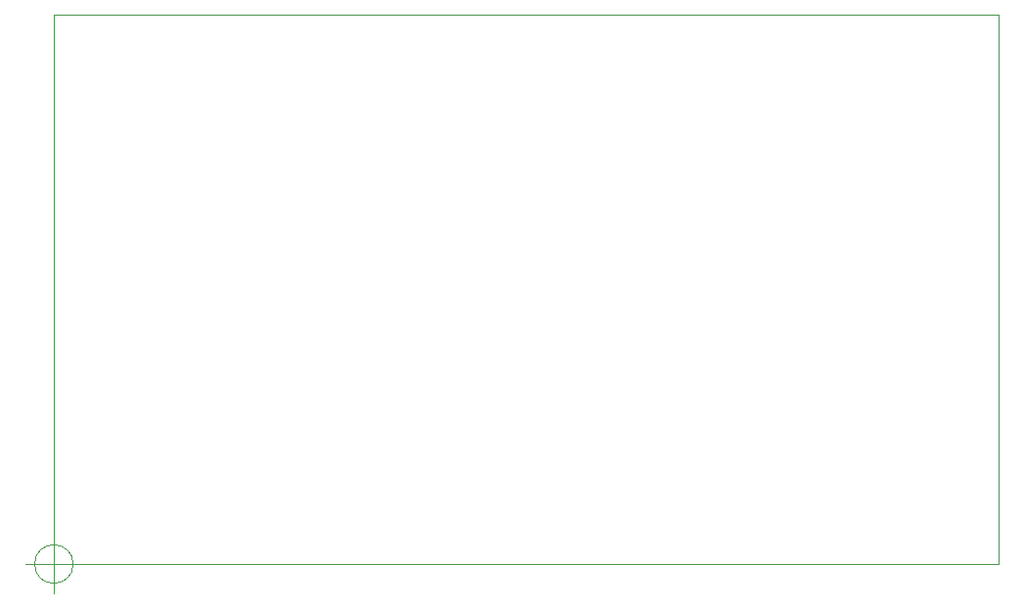
<source format=gbr>
%TF.GenerationSoftware,KiCad,Pcbnew,(6.0.7)*%
%TF.CreationDate,2023-09-13T17:05:02+02:00*%
%TF.ProjectId,freqcount1.1,66726571-636f-4756-9e74-312e312e6b69,rev?*%
%TF.SameCoordinates,PX2562500PY632ea00*%
%TF.FileFunction,Profile,NP*%
%FSLAX46Y46*%
G04 Gerber Fmt 4.6, Leading zero omitted, Abs format (unit mm)*
G04 Created by KiCad (PCBNEW (6.0.7)) date 2023-09-13 17:05:02*
%MOMM*%
%LPD*%
G01*
G04 APERTURE LIST*
%TA.AperFunction,Profile*%
%ADD10C,0.100000*%
%TD*%
G04 APERTURE END LIST*
D10*
X0Y0D02*
X0Y0D01*
X0Y0D02*
X0Y0D01*
X0Y0D02*
X0Y0D01*
X0Y0D02*
X0Y0D01*
X0Y0D02*
X81800000Y0D01*
X81800000Y0D02*
X81800000Y47600000D01*
X81800000Y47600000D02*
X0Y47600000D01*
X0Y47600000D02*
X0Y0D01*
X1666666Y0D02*
G75*
G03*
X1666666Y0I-1666666J0D01*
G01*
X-2500000Y0D02*
X2500000Y0D01*
X0Y2500000D02*
X0Y-2500000D01*
M02*

</source>
